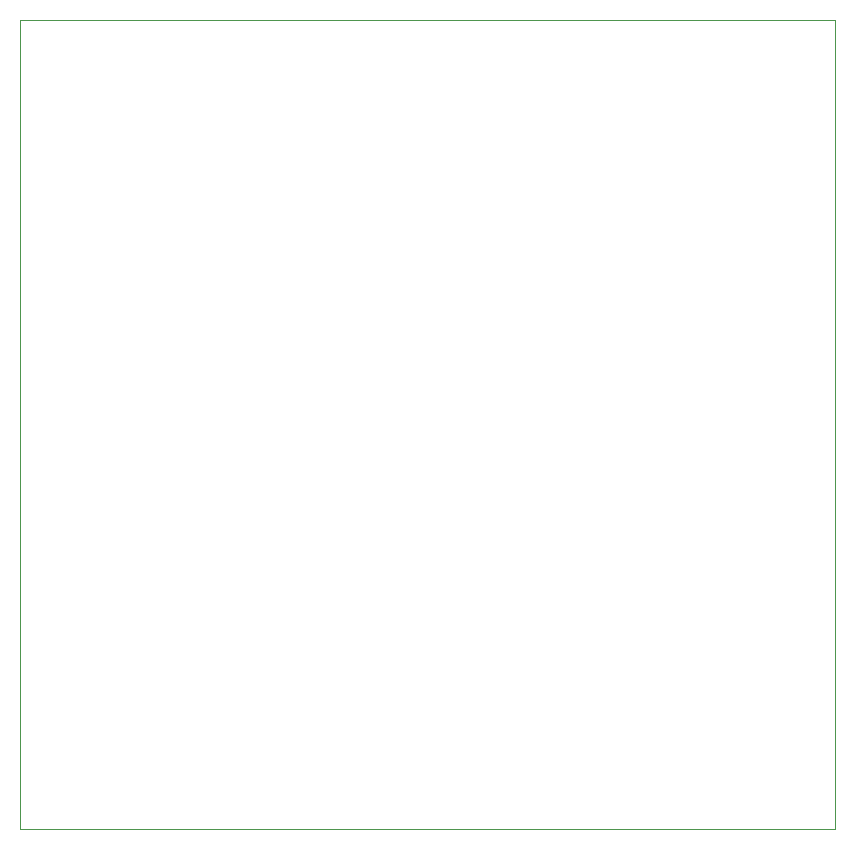
<source format=gtp>
G04 EAGLE Gerber RS-274X export*
G75*
%MOMM*%
%FSLAX34Y34*%
%LPD*%
%INPaste Mask Top*%
%IPPOS*%
%AMOC8*
5,1,8,0,0,1.08239X$1,22.5*%
G01*
%ADD10C,0.000000*%


D10*
X0Y0D02*
X0Y685000D01*
X690000Y685000D01*
X690000Y0D01*
X0Y0D01*
M02*

</source>
